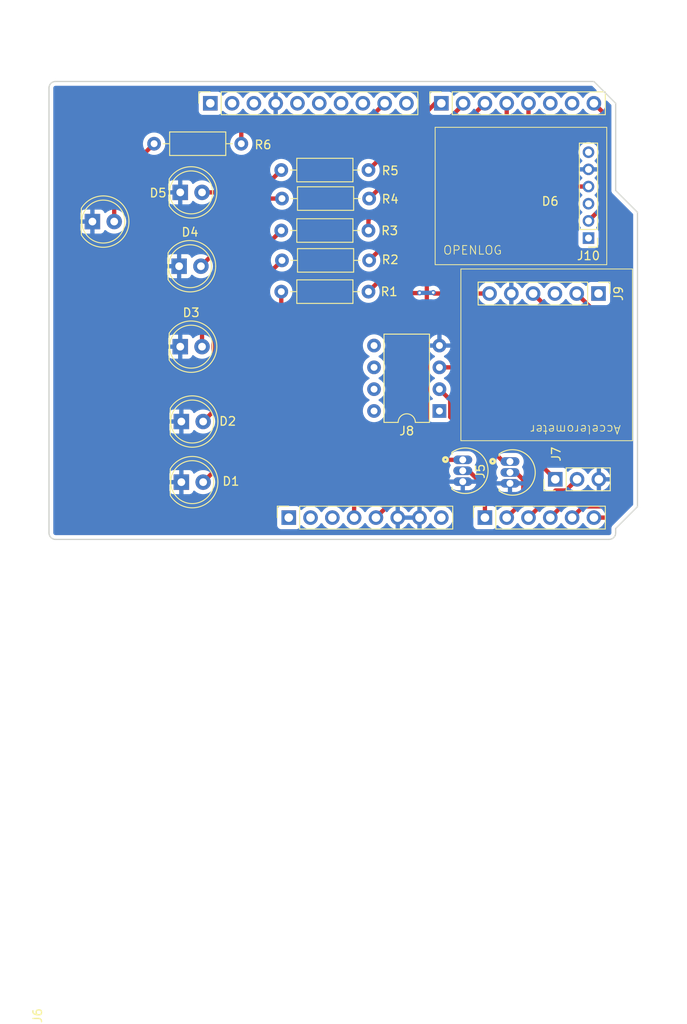
<source format=kicad_pcb>
(kicad_pcb (version 20240108) (generator "pcbnew") (generator_version "8.0")
  (title_block (date "mar. 31 mars 2015"))
  (layers (0 "F.Cu" signal) (31 "B.Cu" signal) (34 "B.Paste" user) (35 "F.Paste" user) (36 "B.SilkS" user "B.Silkscreen") (37 "F.SilkS" user "F.Silkscreen") (38 "B.Mask" user) (39 "F.Mask" user) (44 "Edge.Cuts" user))
  (net 0 "")
  (net 1 "GND")
  (net 3 "+5V")
  (net 4 "/IOREF")
  (net 5 "Net-(D1-A)")
  (net 6 "Net-(D2-A)")
  (net 7 "Net-(D3-A)")
  (net 8 "Net-(D4-A)")
  (net 9 "/SDA{slash}A4")
  (net 10 "/SCL{slash}A5")
  (net 11 "/13")
  (net 12 "/12")
  (net 13 "/AREF")
  (net 14 "/8")
  (net 15 "Net-(D5-A)")
  (net 16 "/*11")
  (net 17 "/*10")
  (net 18 "Net-(D6-A)")
  (net 19 "/ACCELS_LED")
  (net 20 "/2")
  (net 21 "/EXTERNAL_TEMP")
  (net 22 "/HUMIDITY_OUTPUT")
  (net 23 "/TX{slash}1")
  (net 24 "/INTERNAL_TEMP")
  (net 25 "+3V3")
  (net 26 "VCC")
  (net 27 "/~{RESET}")
  (net 28 "/ACCELZ")
  (net 29 "/ACCELX")
  (net 30 "/PRESSURE_OUTPUT")
  (net 31 "/PRESSURE_LED")
  (net 32 "/ON_LED")
  (net 33 "/HUMIDITY_LED")
  (net 34 "/INTERNAL_TEMP_LED")
  (net 35 "/EXTERNAL_TEMP_LED")
  (net 41 "/ACCELY")
  (net 42 "/SELF_TEST")
  (net 45 "/RXI")
  (net 46 "/TXO")
  (footprint "Connector_PinSocket_2.54mm:PinSocket_1x08_P2.54mm_Vertical" (layer "F.Cu") (at 127.94 97.46 90)
    (property "Reference" "J1" (hide yes))
    (property "Value" "Power")
    (fp_line (start 1.33 -1.33) (end 1.33 0) (stroke (width 0.12)) (layer "F.SilkS"))
    (fp_line (start 0 -1.33) (end 1.33 -1.33) (stroke (width 0.12)) (layer "F.SilkS"))
    (fp_line (start 1.33 1.27) (end 1.33 19.11) (stroke (width 0.12)) (layer "F.SilkS"))
    (fp_line (start -1.33 1.27) (end 1.33 1.27) (stroke (width 0.12)) (layer "F.SilkS"))
    (fp_line (start -1.33 1.27) (end -1.33 19.11) (stroke (width 0.12)) (layer "F.SilkS"))
    (fp_line (start -1.33 19.11) (end 1.33 19.11) (stroke (width 0.12)) (layer "F.SilkS"))
    (pad "1" thru_hole rect (at 0 0 90) (size 1.7 1.7) (drill 1) (layers "*.Cu" "*.Mask"))
    (pad "2" thru_hole oval (at 0 2.54 90) (size 1.7 1.7) (drill 1) (layers "*.Cu" "*.Mask") (net 4 "/IOREF"))
    (pad "3" thru_hole oval (at 0 5.08 90) (size 1.7 1.7) (drill 1) (layers "*.Cu" "*.Mask") (net 27 "/~{RESET}"))
    (pad "4" thru_hole oval (at 0 7.62 90) (size 1.7 1.7) (drill 1) (layers "*.Cu" "*.Mask") (net 25 "+3V3"))
    (pad "5" thru_hole oval (at 0 10.16 90) (size 1.7 1.7) (drill 1) (layers "*.Cu" "*.Mask") (net 3 "+5V"))
    (pad "6" thru_hole oval (at 0 12.7 90) (size 1.7 1.7) (drill 1) (layers "*.Cu" "*.Mask") (net 1 "GND"))
    (pad "7" thru_hole oval (at 0 15.24 90) (size 1.7 1.7) (drill 1) (layers "*.Cu" "*.Mask") (net 1 "GND"))
    (pad "8" thru_hole oval (at 0 17.78 90) (size 1.7 1.7) (drill 1) (layers "*.Cu" "*.Mask") (net 26 "VCC"))
  )
  (footprint "Connector_PinSocket_2.54mm:PinSocket_1x06_P2.54mm_Vertical" (layer "F.Cu") (at 150.8 97.46 90)
    (property "Reference" "J3" (hide yes))
    (property "Value" "Analog")
    (fp_line (start 1.33 -1.33) (end 1.33 0) (stroke (width 0.12)) (layer "F.SilkS"))
    (fp_line (start 0 -1.33) (end 1.33 -1.33) (stroke (width 0.12)) (layer "F.SilkS"))
    (fp_line (start 1.33 1.27) (end 1.33 14.03) (stroke (width 0.12)) (layer "F.SilkS"))
    (fp_line (start -1.33 1.27) (end 1.33 1.27) (stroke (width 0.12)) (layer "F.SilkS"))
    (fp_line (start -1.33 1.27) (end -1.33 14.03) (stroke (width 0.12)) (layer "F.SilkS"))
    (fp_line (start -1.33 14.03) (end 1.33 14.03) (stroke (width 0.12)) (layer "F.SilkS"))
    (pad "1" thru_hole rect (at 0 0 90) (size 1.7 1.7) (drill 1) (layers "*.Cu" "*.Mask") (net 24 "/INTERNAL_TEMP"))
    (pad "2" thru_hole oval (at 0 2.54 90) (size 1.7 1.7) (drill 1) (layers "*.Cu" "*.Mask") (net 21 "/EXTERNAL_TEMP"))
    (pad "3" thru_hole oval (at 0 5.08 90) (size 1.7 1.7) (drill 1) (layers "*.Cu" "*.Mask") (net 22 "/HUMIDITY_OUTPUT"))
    (pad "4" thru_hole oval (at 0 7.62 90) (size 1.7 1.7) (drill 1) (layers "*.Cu" "*.Mask") (net 30 "/PRESSURE_OUTPUT"))
    (pad "5" thru_hole oval (at 0 10.16 90) (size 1.7 1.7) (drill 1) (layers "*.Cu" "*.Mask") (net 29 "/ACCELX"))
    (pad "6" thru_hole oval (at 0 12.7 90) (size 1.7 1.7) (drill 1) (layers "*.Cu" "*.Mask") (net 28 "/ACCELZ"))
  )
  (footprint "Connector_PinSocket_2.54mm:PinSocket_1x10_P2.54mm_Vertical" (layer "F.Cu") (at 118.796 49.2 90)
    (property "Reference" "J2" (hide yes))
    (property "Value" "Digital/PWM")
    (fp_line (start 1.33 -1.33) (end 1.33 0) (stroke (width 0.12)) (layer "F.SilkS"))
    (fp_line (start 0 -1.33) (end 1.33 -1.33) (stroke (width 0.12)) (layer "F.SilkS"))
    (fp_line (start 1.33 1.27) (end 1.33 24.19) (stroke (width 0.12)) (layer "F.SilkS"))
    (fp_line (start -1.33 1.27) (end 1.33 1.27) (stroke (width 0.12)) (layer "F.SilkS"))
    (fp_line (start -1.33 1.27) (end -1.33 24.19) (stroke (width 0.12)) (layer "F.SilkS"))
    (fp_line (start -1.33 24.19) (end 1.33 24.19) (stroke (width 0.12)) (layer "F.SilkS"))
    (pad "1" thru_hole rect (at 0 0 90) (size 1.7 1.7) (drill 1) (layers "*.Cu" "*.Mask") (net 10 "/SCL{slash}A5"))
    (pad "2" thru_hole oval (at 0 2.54 90) (size 1.7 1.7) (drill 1) (layers "*.Cu" "*.Mask") (net 9 "/SDA{slash}A4"))
    (pad "3" thru_hole oval (at 0 5.08 90) (size 1.7 1.7) (drill 1) (layers "*.Cu" "*.Mask") (net 13 "/AREF"))
    (pad "4" thru_hole oval (at 0 7.62 90) (size 1.7 1.7) (drill 1) (layers "*.Cu" "*.Mask") (net 1 "GND"))
    (pad "5" thru_hole oval (at 0 10.16 90) (size 1.7 1.7) (drill 1) (layers "*.Cu" "*.Mask") (net 11 "/13"))
    (pad "6" thru_hole oval (at 0 12.7 90) (size 1.7 1.7) (drill 1) (layers "*.Cu" "*.Mask") (net 12 "/12"))
    (pad "7" thru_hole oval (at 0 15.24 90) (size 1.7 1.7) (drill 1) (layers "*.Cu" "*.Mask") (net 16 "/*11"))
    (pad "8" thru_hole oval (at 0 17.78 90) (size 1.7 1.7) (drill 1) (layers "*.Cu" "*.Mask") (net 17 "/*10"))
    (pad "9" thru_hole oval (at 0 20.32 90) (size 1.7 1.7) (drill 1) (layers "*.Cu" "*.Mask") (net 19 "/ACCELS_LED"))
    (pad "10" thru_hole oval (at 0 22.86 90) (size 1.7 1.7) (drill 1) (layers "*.Cu" "*.Mask") (net 14 "/8"))
  )
  (footprint "Connector_PinSocket_2.54mm:PinSocket_1x08_P2.54mm_Vertical" (layer "F.Cu") (at 145.72 49.2 90)
    (property "Reference" "J4" (hide yes))
    (property "Value" "Digital/PWM")
    (fp_line (start 1.33 -1.33) (end 1.33 0) (stroke (width 0.12)) (layer "F.SilkS"))
    (fp_line (start 0 -1.33) (end 1.33 -1.33) (stroke (width 0.12)) (layer "F.SilkS"))
    (fp_line (start 1.33 1.27) (end 1.33 19.11) (stroke (width 0.12)) (layer "F.SilkS"))
    (fp_line (start -1.33 1.27) (end 1.33 1.27) (stroke (width 0.12)) (layer "F.SilkS"))
    (fp_line (start -1.33 1.27) (end -1.33 19.11) (stroke (width 0.12)) (layer "F.SilkS"))
    (fp_line (start -1.33 19.11) (end 1.33 19.11) (stroke (width 0.12)) (layer "F.SilkS"))
    (pad "1" thru_hole rect (at 0 0 90) (size 1.7 1.7) (drill 1) (layers "*.Cu" "*.Mask") (net 31 "/PRESSURE_LED"))
    (pad "2" thru_hole oval (at 0 2.54 90) (size 1.7 1.7) (drill 1) (layers "*.Cu" "*.Mask") (net 33 "/HUMIDITY_LED"))
    (pad "3" thru_hole oval (at 0 5.08 90) (size 1.7 1.7) (drill 1) (layers "*.Cu" "*.Mask") (net 35 "/EXTERNAL_TEMP_LED"))
    (pad "4" thru_hole oval (at 0 7.62 90) (size 1.7 1.7) (drill 1) (layers "*.Cu" "*.Mask") (net 34 "/INTERNAL_TEMP_LED"))
    (pad "5" thru_hole oval (at 0 10.16 90) (size 1.7 1.7) (drill 1) (layers "*.Cu" "*.Mask") (net 32 "/ON_LED"))
    (pad "6" thru_hole oval (at 0 12.7 90) (size 1.7 1.7) (drill 1) (layers "*.Cu" "*.Mask") (net 20 "/2"))
    (pad "7" thru_hole oval (at 0 15.24 90) (size 1.7 1.7) (drill 1) (layers "*.Cu" "*.Mask") (net 23 "/TX{slash}1"))
    (pad "8" thru_hole oval (at 0 17.78 90) (size 1.7 1.7) (drill 1) (layers "*.Cu" "*.Mask") (net 45 "/RXI"))
  )
  (footprint "Connector_PinHeader_2.54mm:PinHeader_1x06_P2.54mm_Vertical" (layer "F.Cu") (at 164.04 71.36 -90)
    (property "Reference" "J9" (at 0 -2.33 90) (layer "F.SilkS"))
    (property "Value" "ACCEL")
    (fp_line (start -1.33 14.03) (end 1.33 14.03) (stroke (width 0.12)) (layer "F.SilkS"))
    (fp_line (start -1.33 1.27) (end -1.33 14.03) (stroke (width 0.12)) (layer "F.SilkS"))
    (fp_line (start -1.33 1.27) (end 1.33 1.27) (stroke (width 0.12)) (layer "F.SilkS"))
    (fp_line (start 1.33 1.27) (end 1.33 14.03) (stroke (width 0.12)) (layer "F.SilkS"))
    (fp_line (start -1.33 0) (end -1.33 -1.33) (stroke (width 0.12)) (layer "F.SilkS"))
    (fp_line (start -1.33 -1.33) (end 0 -1.33) (stroke (width 0.12)) (layer "F.SilkS"))
    (pad "1" thru_hole rect (at 0 0 270) (size 1.7 1.7) (drill 1) (layers "*.Cu" "*.Mask") (net 42 "/SELF_TEST"))
    (pad "2" thru_hole oval (at 0 2.54 270) (size 1.7 1.7) (drill 1) (layers "*.Cu" "*.Mask") (net 28 "/ACCELZ"))
    (pad "3" thru_hole oval (at 0 5.08 270) (size 1.7 1.7) (drill 1) (layers "*.Cu" "*.Mask") (net 41 "/ACCELY"))
    (pad "4" thru_hole oval (at 0 7.62 270) (size 1.7 1.7) (drill 1) (layers "*.Cu" "*.Mask") (net 29 "/ACCELX"))
    (pad "5" thru_hole oval (at 0 10.16 270) (size 1.7 1.7) (drill 1) (layers "*.Cu" "*.Mask") (net 1 "GND"))
    (pad "6" thru_hole oval (at 0 12.7 270) (size 1.7 1.7) (drill 1) (layers "*.Cu" "*.Mask") (net 25 "+3V3"))
  )
  (footprint "Connector_PinHeader_2.00mm:PinHeader_1x06_P2.00mm_Vertical" (layer "F.Cu") (at 162.87 64.9 180)
    (property "Reference" "J10" (at 0 -2.06 0) (layer "F.SilkS"))
    (property "Value" "OPENLOG")
    (fp_line (start 1.06 1) (end 1.06 11.06) (stroke (width 0.12)) (layer "F.SilkS"))
    (fp_line (start -1.06 11.06) (end 1.06 11.06) (stroke (width 0.12)) (layer "F.SilkS"))
    (fp_line (start -1.06 1) (end 1.06 1) (stroke (width 0.12)) (layer "F.SilkS"))
    (fp_line (start -1.06 1) (end -1.06 11.06) (stroke (width 0.12)) (layer "F.SilkS"))
    (fp_line (start -1.06 0) (end -1.06 -1.06) (stroke (width 0.12)) (layer "F.SilkS"))
    (fp_line (start -1.06 -1.06) (end 0 -1.06) (stroke (width 0.12)) (layer "F.SilkS"))
    (pad "1" thru_hole rect (at 0 0 180) (size 1.35 1.35) (drill 0.8) (layers "*.Cu" "*.Mask"))
    (pad "2" thru_hole oval (at 0 2 180) (size 1.35 1.35) (drill 0.8) (layers "*.Cu" "*.Mask") (net 45 "/RXI"))
    (pad "3" thru_hole oval (at 0 4 180) (size 1.35 1.35) (drill 0.8) (layers "*.Cu" "*.Mask") (net 46 "/TXO"))
    (pad "4" thru_hole oval (at 0 6 180) (size 1.35 1.35) (drill 0.8) (layers "*.Cu" "*.Mask") (net 3 "+5V"))
    (pad "5" thru_hole oval (at 0 8 180) (size 1.35 1.35) (drill 0.8) (layers "*.Cu" "*.Mask") (net 1 "GND"))
    (pad "6" thru_hole oval (at 0 10 180) (size 1.35 1.35) (drill 0.8) (layers "*.Cu" "*.Mask"))
  )
  (footprint "LED_THT:LED_D5.0mm" (layer "F.Cu") (at 115.295 77.55)
    (property "Reference" "D3" (at 1.27 -3.96 0) (layer "F.SilkS"))
    (property "Value" "EXTERN_LED")
    (fp_line (start -1.29 -1.545) (end -1.29 1.545) (stroke (width 0.12)) (layer "F.SilkS"))
    (fp_arc (start -1.29 -1.54483) (mid 2.071756 -2.880501) (end 4.26 -0.000048) (stroke (width 0.12)) (layer "F.SilkS"))
    (fp_arc (start 4.26 0.000048) (mid 2.071756 2.880501) (end -1.29 1.54483) (stroke (width 0.12)) (layer "F.SilkS"))
    (fp_circle (center 1.27 0) (end 3.77 0) (stroke (width 0.12)) (fill none) (layer "F.SilkS"))
    (pad "1" thru_hole rect (at 0 0) (size 1.8 1.8) (drill 0.9) (layers "*.Cu" "*.Mask") (net 1 "GND"))
    (pad "2" thru_hole circle (at 2.54 0) (size 1.8 1.8) (drill 0.9) (layers "*.Cu" "*.Mask") (net 7 "Net-(D3-A)"))
  )
  (footprint "LED_THT:LED_D5.0mm" (layer "F.Cu") (at 105.06 62.98)
    (property "Reference" "D6" (at 53.35 -2.36 0) (layer "F.SilkS"))
    (property "Value" "ACCEL_LED")
    (fp_line (start -1.29 -1.545) (end -1.29 1.545) (stroke (width 0.12)) (layer "F.SilkS"))
    (fp_arc (start -1.29 -1.54483) (mid 2.071756 -2.880501) (end 4.26 -0.000048) (stroke (width 0.12)) (layer "F.SilkS"))
    (fp_arc (start 4.26 0.000048) (mid 2.071756 2.880501) (end -1.29 1.54483) (stroke (width 0.12)) (layer "F.SilkS"))
    (fp_circle (center 1.27 0) (end 3.77 0) (stroke (width 0.12)) (fill none) (layer "F.SilkS"))
    (pad "1" thru_hole rect (at 0 0) (size 1.8 1.8) (drill 0.9) (layers "*.Cu" "*.Mask") (net 1 "GND"))
    (pad "2" thru_hole circle (at 2.54 0) (size 1.8 1.8) (drill 0.9) (layers "*.Cu" "*.Mask") (net 18 "Net-(D6-A)"))
  )
  (footprint "Resistor_THT:R_Axial_DIN0207_L6.3mm_D2.5mm_P10.16mm_Horizontal" (layer "F.Cu") (at 137.23 71.14 180)
    (property "Reference" "R1" (at -2.41 -0.01 0) (layer "F.SilkS"))
    (property "Value" "330")
    (fp_line (start 9.12 0) (end 8.35 0) (stroke (width 0.12)) (layer "F.SilkS"))
    (fp_line (start 8.35 1.37) (end 8.35 -1.37) (stroke (width 0.12)) (layer "F.SilkS"))
    (fp_line (start 8.35 -1.37) (end 1.81 -1.37) (stroke (width 0.12)) (layer "F.SilkS"))
    (fp_line (start 1.81 1.37) (end 8.35 1.37) (stroke (width 0.12)) (layer "F.SilkS"))
    (fp_line (start 1.81 -1.37) (end 1.81 1.37) (stroke (width 0.12)) (layer "F.SilkS"))
    (fp_line (start 1.04 0) (end 1.81 0) (stroke (width 0.12)) (layer "F.SilkS"))
    (pad "1" thru_hole circle (at 0 0 180) (size 1.6 1.6) (drill 0.8) (layers "*.Cu" "*.Mask") (net 32 "/ON_LED"))
    (pad "2" thru_hole oval (at 10.16 0 180) (size 1.6 1.6) (drill 0.8) (layers "*.Cu" "*.Mask") (net 5 "Net-(D1-A)"))
  )
  (footprint "LED_THT:LED_D5.0mm" (layer "F.Cu") (at 115.425 93.33)
    (property "Reference" "D1" (at 5.775 -0.1 0) (layer "F.SilkS"))
    (property "Value" "ON_LED")
    (fp_line (start -1.29 -1.545) (end -1.29 1.545) (stroke (width 0.12)) (layer "F.SilkS"))
    (fp_arc (start -1.29 -1.54483) (mid 2.071756 -2.880501) (end 4.26 -0.000048) (stroke (width 0.12)) (layer "F.SilkS"))
    (fp_arc (start 4.26 0.000048) (mid 2.071756 2.880501) (end -1.29 1.54483) (stroke (width 0.12)) (layer "F.SilkS"))
    (fp_circle (center 1.27 0) (end 3.77 0) (stroke (width 0.12)) (fill none) (layer "F.SilkS"))
    (pad "1" thru_hole rect (at 0 0) (size 1.8 1.8) (drill 0.9) (layers "*.Cu" "*.Mask") (net 1 "GND"))
    (pad "2" thru_hole circle (at 2.54 0) (size 1.8 1.8) (drill 0.9) (layers "*.Cu" "*.Mask") (net 5 "Net-(D1-A)"))
  )
  (footprint "Resistor_THT:R_Axial_DIN0207_L6.3mm_D2.5mm_P10.16mm_Horizontal" (layer "F.Cu") (at 122.41 53.91 180)
    (property "Reference" "R6" (at -2.53 -0.13 0) (layer "F.SilkS"))
    (property "Value" "330")
    (fp_line (start 9.12 0) (end 8.35 0) (stroke (width 0.12)) (layer "F.SilkS"))
    (fp_line (start 8.35 1.37) (end 8.35 -1.37) (stroke (width 0.12)) (layer "F.SilkS"))
    (fp_line (start 8.35 -1.37) (end 1.81 -1.37) (stroke (width 0.12)) (layer "F.SilkS"))
    (fp_line (start 1.81 1.37) (end 8.35 1.37) (stroke (width 0.12)) (layer "F.SilkS"))
    (fp_line (start 1.81 -1.37) (end 1.81 1.37) (stroke (width 0.12)) (layer "F.SilkS"))
    (fp_line (start 1.04 0) (end 1.81 0) (stroke (width 0.12)) (layer "F.SilkS"))
    (pad "1" thru_hole circle (at 0 0 180) (size 1.6 1.6) (drill 0.8) (layers "*.Cu" "*.Mask") (net 19 "/ACCELS_LED"))
    (pad "2" thru_hole oval (at 10.16 0 180) (size 1.6 1.6) (drill 0.8) (layers "*.Cu" "*.Mask") (net 18 "Net-(D6-A)"))
  )
  (footprint "Package_DIP:DIP-8_W7.62mm" (layer "F.Cu") (at 145.5 85.04 180)
    (property "Reference" "J8" (at 3.81 -2.33 0) (layer "F.SilkS"))
    (property "Value" "PRESSURE_SEN")
    (fp_line (start 6.46 8.95) (end 6.46 -1.33) (stroke (width 0.12)) (layer "F.SilkS"))
    (fp_line (start 6.46 -1.33) (end 4.81 -1.33) (stroke (width 0.12)) (layer "F.SilkS"))
    (fp_line (start 2.81 -1.33) (end 1.16 -1.33) (stroke (width 0.12)) (layer "F.SilkS"))
    (fp_line (start 1.16 8.95) (end 6.46 8.95) (stroke (width 0.12)) (layer "F.SilkS"))
    (fp_line (start 1.16 -1.33) (end 1.16 8.95) (stroke (width 0.12)) (layer "F.SilkS"))
    (fp_arc (start 4.81 -1.33) (mid 3.81 -0.33) (end 2.81 -1.33) (stroke (width 0.12)) (layer "F.SilkS"))
    (pad "1" thru_hole rect (at 0 0 180) (size 1.6 1.6) (drill 0.8) (layers "*.Cu" "*.Mask"))
    (pad "2" thru_hole oval (at 0 2.54 180) (size 1.6 1.6) (drill 0.8) (layers "*.Cu" "*.Mask") (net 3 "+5V"))
    (pad "3" thru_hole oval (at 0 5.08 180) (size 1.6 1.6) (drill 0.8) (layers "*.Cu" "*.Mask") (net 30 "/PRESSURE_OUTPUT"))
    (pad "4" thru_hole oval (at 0 7.62 180) (size 1.6 1.6) (drill 0.8) (layers "*.Cu" "*.Mask") (net 1 "GND"))
    (pad "5" thru_hole oval (at 7.62 7.62 180) (size 1.6 1.6) (drill 0.8) (layers "*.Cu" "*.Mask"))
    (pad "6" thru_hole oval (at 7.62 5.08 180) (size 1.6 1.6) (drill 0.8) (layers "*.Cu" "*.Mask"))
    (pad "7" thru_hole oval (at 7.62 2.54 180) (size 1.6 1.6) (drill 0.8) (layers "*.Cu" "*.Mask"))
    (pad "8" thru_hole oval (at 7.62 0 180) (size 1.6 1.6) (drill 0.8) (layers "*.Cu" "*.Mask"))
  )
  (footprint "Resistor_THT:R_Axial_DIN0207_L6.3mm_D2.5mm_P10.16mm_Horizontal" (layer "F.Cu") (at 137.31 60.3 180)
    (property "Reference" "R4" (at -2.45 -0.07 180) (layer "F.SilkS"))
    (property "Value" "330")
    (fp_line (start 9.12 0) (end 8.35 0) (stroke (width 0.12)) (layer "F.SilkS"))
    (fp_line (start 8.35 1.37) (end 8.35 -1.37) (stroke (width 0.12)) (layer "F.SilkS"))
    (fp_line (start 8.35 -1.37) (end 1.81 -1.37) (stroke (width 0.12)) (layer "F.SilkS"))
    (fp_line (start 1.81 1.37) (end 8.35 1.37) (stroke (width 0.12)) (layer "F.SilkS"))
    (fp_line (start 1.81 -1.37) (end 1.81 1.37) (stroke (width 0.12)) (layer "F.SilkS"))
    (fp_line (start 1.04 0) (end 1.81 0) (stroke (width 0.12)) (layer "F.SilkS"))
    (pad "1" thru_hole circle (at 0 0 180) (size 1.6 1.6) (drill 0.8) (layers "*.Cu" "*.Mask") (net 33 "/HUMIDITY_LED"))
    (pad "2" thru_hole oval (at 10.16 0 180) (size 1.6 1.6) (drill 0.8) (layers "*.Cu" "*.Mask") (net 8 "Net-(D4-A)"))
  )
  (footprint "LED_THT:LED_D5.0mm" (layer "F.Cu") (at 115.425 86.27)
    (property "Reference" "D2" (at 5.395 -0.03 0) (layer "F.SilkS"))
    (property "Value" "INTERN_LED")
    (fp_line (start -1.29 -1.545) (end -1.29 1.545) (stroke (width 0.12)) (layer "F.SilkS"))
    (fp_arc (start -1.29 -1.54483) (mid 2.071756 -2.880501) (end 4.26 -0.000048) (stroke (width 0.12)) (layer "F.SilkS"))
    (fp_arc (start 4.26 0.000048) (mid 2.071756 2.880501) (end -1.29 1.54483) (stroke (width 0.12)) (layer "F.SilkS"))
    (fp_circle (center 1.27 0) (end 3.77 0) (stroke (width 0.12)) (fill none) (layer "F.SilkS"))
    (pad "1" thru_hole rect (at 0 0) (size 1.8 1.8) (drill 0.9) (layers "*.Cu" "*.Mask") (net 1 "GND"))
    (pad "2" thru_hole circle (at 2.54 0) (size 1.8 1.8) (drill 0.9) (layers "*.Cu" "*.Mask") (net 6 "Net-(D2-A)"))
  )
  (footprint "Resistor_THT:R_Axial_DIN0207_L6.3mm_D2.5mm_P10.16mm_Horizontal" (layer "F.Cu") (at 137.23 64.02 180)
    (property "Reference" "R3" (at -2.47 -0.03 180) (layer "F.SilkS"))
    (property "Value" "330")
    (fp_line (start 9.12 0) (end 8.35 0) (stroke (width 0.12)) (layer "F.SilkS"))
    (fp_line (start 8.35 1.37) (end 8.35 -1.37) (stroke (width 0.12)) (layer "F.SilkS"))
    (fp_line (start 8.35 -1.37) (end 1.81 -1.37) (stroke (width 0.12)) (layer "F.SilkS"))
    (fp_line (start 1.81 1.37) (end 8.35 1.37) (stroke (width 0.12)) (layer "F.SilkS"))
    (fp_line (start 1.81 -1.37) (end 1.81 1.37) (stroke (width 0.12)) (layer "F.SilkS"))
    (fp_line (start 1.04 0) (end 1.81 0) (stroke (width 0.12)) (layer "F.SilkS"))
    (pad "1" thru_hole circle (at 0 0 180) (size 1.6 1.6) (drill 0.8) (layers "*.Cu" "*.Mask") (net 35 "/EXTERNAL_TEMP_LED"))
    (pad "2" thru_hole oval (at 10.16 0 180) (size 1.6 1.6) (drill 0.8) (layers "*.Cu" "*.Mask") (net 7 "Net-(D3-A)"))
  )
  (footprint "Library:TMP36" (layer "F.Cu") (at 154.5 92.2 -90)
    (property "Reference" "J6" (at 63.262275 55.827405 90) (layer "F.SilkS"))
    (property "Value" "ETMP36")
    (fp_line (start -2.144 2.043) (end -1.9 2.043) (stroke (width 0.127)) (layer "F.SilkS"))
    (fp_line (start 1.906 2.043) (end 2.144 2.043) (stroke (width 0.127)) (layer "F.SilkS"))
    (fp_arc (start -2.144 2.043) (mid 0 -2.164837) (end 2.144 2.043) (stroke (width 0.127)) (layer "F.SilkS"))
    (fp_circle (center -1.3 2.8) (end -1.2 2.8) (stroke (width 0.3)) (fill none) (layer "F.SilkS"))
    (pad "1" thru_hole oval (at -1.27 0.78 270) (size 1 2.2) (drill 0.8) (layers "*.Cu" "*.Mask") (net 3 "+5V"))
    (pad "2" thru_hole oval (at 0 0.78 270) (size 1 2.2) (drill 0.8) (layers "*.Cu" "*.Mask") (net 21 "/EXTERNAL_TEMP"))
    (pad "3" thru_hole oval (at 1.27 0.78 270) (size 1 2.2) (drill 0.8) (layers "*.Cu" "*.Mask") (net 1 "GND"))
  )
  (footprint "Library:TMP36" (layer "F.Cu") (at 149 92 -90)
    (property "Reference" "J5" (at 0.07 -1.26 90) (layer "F.SilkS"))
    (property "Value" "ITMP36")
    (fp_line (start -2.144 2.043) (end -1.9 2.043) (stroke (width 0.127)) (layer "F.SilkS"))
    (fp_line (start 1.906 2.043) (end 2.144 2.043) (stroke (width 0.127)) (layer "F.SilkS"))
    (fp_arc (start -2.144 2.043) (mid 0 -2.164837) (end 2.144 2.043) (stroke (width 0.127)) (layer "F.SilkS"))
    (fp_circle (center -1.3 2.8) (end -1.2 2.8) (stroke (width 0.3)) (fill none) (layer "F.SilkS"))
    (pad "1" thru_hole oval (at -1.27 0.78 270) (size 1 2.2) (drill 0.8) (layers "*.Cu" "*.Mask") (net 3 "+5V"))
    (pad "2" thru_hole oval (at 0 0.78 270) (size 1 2.2) (drill 0.8) (layers "*.Cu" "*.Mask") (net 24 "/INTERNAL_TEMP"))
    (pad "3" thru_hole oval (at 1.27 0.78 270) (size 1 2.2) (drill 0.8) (layers "*.Cu" "*.Mask") (net 1 "GND"))
  )
  (footprint "LED_THT:LED_D5.0mm" (layer "F.Cu") (at 115.165 68.18)
    (property "Reference" "D4" (at 1.27 -3.96 0) (layer "F.SilkS"))
    (property "Value" "HUMID_LED")
    (fp_line (start -1.29 -1.545) (end -1.29 1.545) (stroke (width 0.12)) (layer "F.SilkS"))
    (fp_arc (start -1.29 -1.54483) (mid 2.071756 -2.880501) (end 4.26 -0.000048) (stroke (width 0.12)) (layer "F.SilkS"))
    (fp_arc (start 4.26 0.000048) (mid 2.071756 2.880501) (end -1.29 1.54483) (stroke (width 0.12)) (layer "F.SilkS"))
    (fp_circle (center 1.27 0) (end 3.77 0) (stroke (width 0.12)) (fill none) (layer "F.SilkS"))
    (pad "1" thru_hole rect (at 0 0) (size 1.8 1.8) (drill 0.9) (layers "*.Cu" "*.Mask") (net 1 "GND"))
    (pad "2" thru_hole circle (at 2.54 0) (size 1.8 1.8) (drill 0.9) (layers "*.Cu" "*.Mask") (net 8 "Net-(D4-A)"))
  )
  (footprint "Resistor_THT:R_Axial_DIN0207_L6.3mm_D2.5mm_P10.16mm_Horizontal" (layer "F.Cu") (at 137.31 67.5 180)
    (property "Reference" "R2" (at -2.45 0.08 180) (layer "F.SilkS"))
    (property "Value" "330")
    (fp_line (start 9.12 0) (end 8.35 0) (stroke (width 0.12)) (layer "F.SilkS"))
    (fp_line (start 8.35 1.37) (end 8.35 -1.37) (stroke (width 0.12)) (layer "F.SilkS"))
    (fp_line (start 8.35 -1.37) (end 1.81 -1.37) (stroke (width 0.12)) (layer "F.SilkS"))
    (fp_line (start 1.81 1.37) (end 8.35 1.37) (stroke (width 0.12)) (layer "F.SilkS"))
    (fp_line (start 1.81 -1.37) (end 1.81 1.37) (stroke (width 0.12)) (layer "F.SilkS"))
    (fp_line (start 1.04 0) (end 1.81 0) (stroke (width 0.12)) (layer "F.SilkS"))
    (pad "1" thru_hole circle (at 0 0 180) (size 1.6 1.6) (drill 0.8) (layers "*.Cu" "*.Mask") (net 34 "/INTERNAL_TEMP_LED"))
    (pad "2" thru_hole oval (at 10.16 0 180) (size 1.6 1.6) (drill 0.8) (layers "*.Cu" "*.Mask") (net 6 "Net-(D2-A)"))
  )
  (footprint "Connector_PinHeader_2.54mm:PinHeader_1x03_P2.54mm_Vertical" (layer "F.Cu") (at 159 93 90)
    (property "Reference" "J7" (at 2.94 0.11 90) (layer "F.SilkS"))
    (property "Value" "Humidity Sensor")
    (fp_line (start -1.33 -1.33) (end 0 -1.33) (stroke (width 0.12)) (layer "F.SilkS"))
    (fp_line (start -1.33 0) (end -1.33 -1.33) (stroke (width 0.12)) (layer "F.SilkS"))
    (fp_line (start 1.33 1.27) (end 1.33 6.41) (stroke (width 0.12)) (layer "F.SilkS"))
    (fp_line (start -1.33 1.27) (end 1.33 1.27) (stroke (width 0.12)) (layer "F.SilkS"))
    (fp_line (start -1.33 1.27) (end -1.33 6.41) (stroke (width 0.12)) (layer "F.SilkS"))
    (fp_line (start -1.33 6.41) (end 1.33 6.41) (stroke (width 0.12)) (layer "F.SilkS"))
    (pad "1" thru_hole rect (at 0 0 90) (size 1.7 1.7) (drill 1) (layers "*.Cu" "*.Mask") (net 3 "+5V"))
    (pad "2" thru_hole oval (at 0 2.54 90) (size 1.7 1.7) (drill 1) (layers "*.Cu" "*.Mask") (net 22 "/HUMIDITY_OUTPUT"))
    (pad "3" thru_hole oval (at 0 5.08 90) (size 1.7 1.7) (drill 1) (layers "*.Cu" "*.Mask") (net 1 "GND"))
  )
  (footprint "Resistor_THT:R_Axial_DIN0207_L6.3mm_D2.5mm_P10.16mm_Horizontal" (layer "F.Cu") (at 137.23 56.98 180)
    (property "Reference" "R5" (at -2.53 -0.08 180) (layer "F.SilkS"))
    (property "Value" "330")
    (fp_line (start 9.12 0) (end 8.35 0) (stroke (width 0.12)) (layer "F.SilkS"))
    (fp_line (start 8.35 1.37) (end 8.35 -1.37) (stroke (width 0.12)) (layer "F.SilkS"))
    (fp_line (start 8.35 -1.37) (end 1.81 -1.37) (stroke (width 0.12)) (layer "F.SilkS"))
    (fp_line (start 1.81 1.37) (end 8.35 1.37) (stroke (width 0.12)) (layer "F.SilkS"))
    (fp_line (start 1.81 -1.37) (end 1.81 1.37) (stroke (width 0.12)) (layer "F.SilkS"))
    (fp_line (start 1.04 0) (end 1.81 0) (stroke (width 0.12)) (layer "F.SilkS"))
    (pad "1" thru_hole circle (at 0 0 180) (size 1.6 1.6) (drill 0.8) (layers "*.Cu" "*.Mask") (net 31 "/PRESSURE_LED"))
    (pad "2" thru_hole oval (at 10.16 0 180) (size 1.6 1.6) (drill 0.8) (layers "*.Cu" "*.Mask") (net 15 "Net-(D5-A)"))
  )
  (footprint "LED_THT:LED_D5.0mm" (layer "F.Cu") (at 115.295 59.58)
    (property "Reference" "D5" (at -2.585 0.07 0) (layer "F.SilkS"))
    (property "Value" "PRESS_LED")
    (fp_line (start -1.29 -1.545) (end -1.29 1.545) (stroke (width 0.12)) (layer "F.SilkS"))
    (fp_arc (start -1.29 -1.54483) (mid 2.071756 -2.880501) (end 4.26 -0.000048) (stroke (width 0.12)) (layer "F.SilkS"))
    (fp_arc (start 4.26 0.000048) (mid 2.071756 2.880501) (end -1.29 1.54483) (stroke (width 0.12)) (layer "F.SilkS"))
    (fp_circle (center 1.27 0) (end 3.77 0) (stroke (width 0.12)) (fill none) (layer "F.SilkS"))
    (pad "1" thru_hole rect (at 0 0) (size 1.8 1.8) (drill 0.9) (layers "*.Cu" "*.Mask") (net 1 "GND"))
    (pad "2" thru_hole circle (at 2.54 0) (size 1.8 1.8) (drill 0.9) (layers "*.Cu" "*.Mask") (net 15 "Net-(D5-A)"))
  )
  (gr_line (start 168 68.5) (end 148 68.5) (stroke (width 0.1)) (layer "F.SilkS"))
  (gr_line (start 148 68.5) (end 148 88.5) (stroke (width 0.1)) (layer "F.SilkS"))
  (gr_line (start 148 88.5) (end 168 88.5) (stroke (width 0.1)) (layer "F.SilkS"))
  (gr_line (start 165 68) (end 145 68) (stroke (width 0.1)) (layer "F.SilkS"))
  (gr_line (start 145 52) (end 165 52) (stroke (width 0.1)) (layer "F.SilkS"))
  (gr_line (start 145 68) (end 145 52) (stroke (width 0.1)) (layer "F.SilkS"))
  (gr_line (start 165 68) (end 165 52) (stroke (width 0.1)) (layer "F.SilkS"))
  (gr_line (start 168 88.5) (end 168 68.5) (stroke (width 0.1)) (layer "F.SilkS"))
  (gr_line (start 166.04 59.36) (end 168.58 61.9) (stroke (width 0.15)) (layer "Edge.Cuts"))
  (gr_line (start 100 99.238) (end 100 47.422) (stroke (width 0.15)) (layer "Edge.Cuts"))
  (gr_line (start 168.58 61.9) (end 168.58 96.19) (stroke (width 0.15)) (layer "Edge.Cuts"))
  (gr_line (start 165.278 100) (end 100.762 100) (stroke (width 0.15)) (layer "Edge.Cuts"))
  (gr_line (start 100.762 46.66) (end 163.5 46.66) (stroke (width 0.15)) (layer "Edge.Cuts"))
  (gr_arc (start 100.762 100) (mid 100.223185 99.776815) (end 100 99.238) (stroke (width 0.15)) (layer "Edge.Cuts"))
  (gr_line (start 168.58 96.19) (end 166.04 98.73) (stroke (width 0.15)) (layer "Edge.Cuts"))
  (gr_line (start 163.5 46.66) (end 166.04 49.2) (stroke (width 0.15)) (layer "Edge.Cuts"))
  (gr_arc (start 166.04 99.238) (mid 165.816815 99.776815) (end 165.278 100) (stroke (width 0.15)) (layer "Edge.Cuts"))
  (gr_line (start 166.04 49.2) (end 166.04 59.36) (stroke (width 0.15)) (layer "Edge.Cuts"))
  (gr_line (start 166.04 98.73) (end 166.04 99.238) (stroke (width 0.15)) (layer "Edge.Cuts"))
  (gr_arc (start 100 47.422) (mid 100.223185 46.883185) (end 100.762 46.66) (stroke (width 0.15)) (layer "Edge.Cuts"))
  (gr_text "Accelerometer" (at 166.71 86.6 180) (layer "F.SilkS") (effects (font (size 1 1) (thickness 0.1)) (justify left bottom)))
  (gr_text "OPENLOG " (at 145.87 66.9 0) (layer "F.SilkS") (effects (font (size 1 1) (thickness 0.1)) (justify left bottom)))
  (segment (start 154.81 88.81) (end 159 93) (width 0.5) (layer "F.Cu") (net 3))
  (segment (start 144.03 91.53) (end 144.03 65.47) (width 0.5) (layer "F.Cu") (net 3))
  (segment (start 144.83 90.73) (end 148.22 90.73) (width 0.5) (layer "F.Cu") (net 3))
  (segment (start 138.1 97.46) (end 143.78 91.78) (width 0.5) (layer "F.Cu") (net 3))
  (segment (start 144.03 65.47) (end 150.6 58.9) (width 0.5) (layer "F.Cu") (net 3))
  (segment (start 150.81 88.81) (end 154.81 88.81) (width 0.5) (layer "F.Cu") (net 3))
  (segment (start 143.78 91.78) (end 144.83 90.73) (width 0.5) (layer "F.Cu") (net 3))
  (segment (start 146.75 83.75) (end 145.5 82.5) (width 0.5) (layer "F.Cu") (net 3))
  (segment (start 150.6 58.9) (end 162.87 58.9) (width 0.5) (layer "F.Cu") (net 3))
  (segment (start 144.83 90.73) (end 146.75 88.81) (width 0.5) (layer "F.Cu") (net 3))
  (segment (start 146.75 85.74) (end 149.82 88.81) (width 0.5) (layer "F.Cu") (net 3))
  (segment (start 150.81 88.81) (end 152.93 90.93) (width 0.5) (layer "F.Cu") (net 3))
  (segment (start 146.75 83.75) (end 146.75 85.74) (width 0.5) (layer "F.Cu") (net 3))
  (segment (start 146.75 88.81) (end 149.82 88.81) (width 0.5) (layer "F.Cu") (net 3))
  (segment (start 143.78 91.78) (end 144.03 91.53) (width 0.5) (layer "F.Cu") (net 3))
  (segment (start 149.82 88.81) (end 150.81 88.81) (width 0.5) (layer "F.Cu") (net 3))
  (segment (start 127.07 84.225) (end 127.07 71.14) (width 0.5) (layer "F.Cu") (net 5))
  (segment (start 117.965 93.33) (end 127.07 84.225) (width 0.5) (layer "F.Cu") (net 5))
  (segment (start 117.965 86.27) (end 119.185 85.05) (width 0.5) (layer "F.Cu") (net 6))
  (segment (start 119.185 75.465) (end 127.15 67.5) (width 0.5) (layer "F.Cu") (net 6))
  (segment (start 119.185 85.05) (end 119.185 75.465) (width 0.5) (layer "F.Cu") (net 6))
  (segment (start 117.835 73.255) (end 127.07 64.02) (width 0.5) (layer "F.Cu") (net 7))
  (segment (start 117.835 77.55) (end 117.835 73.255) (width 0.5) (layer "F.Cu") (net 7))
  (segment (start 125.585 60.3) (end 127.15 60.3) (width 0.5) (layer "F.Cu") (net 8))
  (segment (start 117.705 68.18) (end 125.585 60.3) (width 0.5) (layer "F.Cu") (net 8))
  (segment (start 124.47 59.58) (end 127.07 56.98) (width 0.5) (layer "F.Cu") (net 15))
  (segment (start 117.835 59.58) (end 124.47 59.58) (width 0.5) (layer "F.Cu") (net 15))
  (segment (start 107.6 58.56) (end 112.25 53.91) (width 0.5) (layer "F.Cu") (net 18))
  (segment (start 107.6 62.98) (end 107.6 58.56) (width 0.5) (layer "F.Cu") (net 18))
  (segment (start 122.41 52.15) (end 123.69 50.87) (width 0.5) (layer "F.Cu") (net 19))
  (segment (start 123.69 50.87) (end 137.446 50.87) (width 0.5) (layer "F.Cu") (net 19))
  (segment (start 137.446 50.87) (end 139.116 49.2) (width 0.5) (layer "F.Cu") (net 19))
  (segment (start 122.41 53.91) (end 122.41 52.15) (width 0.5) (layer "F.Cu") (net 19))
  (segment (start 155.27 93.055786) (end 155.27 95.53) (width 0.5) (layer "F.Cu") (net 21))
  (segment (start 155.27 95.53) (end 153.34 97.46) (width 0.5) (layer "F.Cu") (net 21))
  (segment (start 154.414214 92.2) (end 155.27 93.055786) (width 0.5) (layer "F.Cu") (net 21))
  (segment (start 159.04 94.3) (end 155.88 97.46) (width 0.5) (layer "F.Cu") (net 22))
  (segment (start 160.24 94.3) (end 159.04 94.3) (width 0.5) (layer "F.Cu") (net 22))
  (segment (start 161.54 93) (end 160.24 94.3) (width 0.5) (layer "F.Cu") (net 22))
  (segment (start 150.8 93.885786) (end 150.8 97.46) (width 0.5) (layer "F.Cu") (net 24))
  (segment (start 148.914214 92) (end 150.8 93.885786) (width 0.5) (layer "F.Cu") (net 24))
  (segment (start 144.89 71.36) (end 151.34 71.36) (width 0.5) (layer "F.Cu") (net 25))
  (segment (start 135.56 77.5) (end 135.56 97.46) (width 0.5) (layer "F.Cu") (net 25))
  (segment (start 141.75 71.31) (end 143.16 71.31) (width 0.5) (layer "F.Cu") (net 25))
  (segment (start 135.56 77.5) (end 141.75 71.31) (width 0.5) (layer "F.Cu") (net 25))
  (segment (start 143.16 71.31) (end 143.19 71.28) (width 0.5) (layer "F.Cu") (net 25))
  (segment (start 144.78 71.25) (end 144.89 71.36) (width 0.5) (layer "F.Cu") (net 25))
  (via (at 144.78 71.25) (size 0.6) (drill 0.3) (layers "F.Cu" "B.Cu") (net 25))
  (via (at 143.19 71.28) (size 0.6) (drill 0.3) (layers "F.Cu" "B.Cu") (net 25))
  (segment (start 143.19 71.28) (end 144.75 71.28) (width 0.5) (layer "B.Cu") (net 25))
  (segment (start 144.75 71.28) (end 144.78 71.25) (width 0.5) (layer "B.Cu") (net 25))
  (segment (start 167.7 95.78995) (end 167.7 77.56) (width 0.5) (layer "F.Cu") (net 28))
  (segment (start 166.02995 97.46) (end 167.7 95.78995) (width 0.5) (layer "F.Cu") (net 28))
  (segment (start 163.5 97.46) (end 166.02995 97.46) (width 0.5) (layer "F.Cu") (net 28))
  (segment (start 167.7 77.56) (end 161.5 71.36) (width 0.5) (layer "F.Cu") (net 28))
  (segment (start 167 81.94) (end 156.42 71.36) (width 0.5) (layer "F.Cu") (net 29))
  (segment (start 160.96 97.46) (end 162.26 96.16) (width 0.5) (layer "F.Cu") (net 29))
  (segment (start 167 94.989949) (end 167 81.94) (width 0.5) (layer "F.Cu") (net 29))
  (segment (start 162.26 96.16) (end 165.829949 96.16) (width 0.5) (layer "F.Cu") (net 29))
  (segment (start 165.829949 96.16) (end 167 94.989949) (width 0.5) (layer "F.Cu") (net 29))
  (segment (start 145.5 79.96) (end 153.96 79.96) (width 0.5) (layer "F.Cu") (net 30))
  (segment (start 166 92) (end 166 95) (width 0.5) (layer "F.Cu") (net 30))
  (segment (start 166 95) (end 160.88 95) (width 0.5) (layer "F.Cu") (net 30))
  (segment (start 160.88 95) (end 158.42 97.46) (width 0.5) (layer "F.Cu") (net 30))
  (segment (start 153.96 79.96) (end 166 92) (width 0.5) (layer "F.Cu") (net 30))
  (segment (start 145.01 49.2) (end 145.72 49.2) (width 0.5) (layer "F.Cu") (net 31))
  (segment (start 137.23 56.98) (end 145.01 49.2) (width 0.5) (layer "F.Cu") (net 31))
  (segment (start 137.23 71.14) (end 155.88 52.49) (width 0.5) (layer "F.Cu") (net 32))
  (segment (start 155.88 52.49) (end 155.88 49.2) (width 0.5) (layer "F.Cu") (net 32))
  (segment (start 137.31 60.3) (end 148.26 49.35) (width 0.5) (layer "F.Cu") (net 33))
  (segment (start 137.31 67.5) (end 153.34 51.47) (width 0.5) (layer "F.Cu") (net 34))
  (segment (start 153.34 51.47) (end 153.34 49.2) (width 0.5) (layer "F.Cu") (net 34))
  (segment (start 137.23 64.02) (end 137.23 62.77) (width 0.5) (layer "F.Cu") (net 35))
  (segment (start 137.23 62.77) (end 150.8 49.2) (width 0.5) (layer "F.Cu") (net 35))
  (segment (start 165 50.7) (end 163.5 49.2) (width 0.5) (layer "F.Cu") (net 45))
  (segment (start 162.87 62.9) (end 165 60.77) (width 0.5) (layer "F.Cu") (net 45))
  (segment (start 165 60.77) (end 165 50.7) (width 0.5) (layer "F.Cu") (net 45))
  (zone (net 1) (net_name "GND") (layer "B.Cu") (connect_pads (clearance 0.5)) (min_thickness 0.25) (fill yes (thermal_gap 0.5) (thermal_bridge_width 0.5))
    (polygon (pts (xy 97.03 43.62) (xy 174.37 43.55) (xy 173.13 106.77) (xy 94.29 106.53)))
  )
)
</source>
